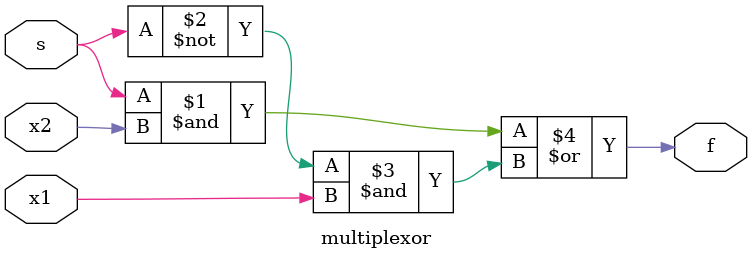
<source format=v>
module multiplexor (
input x1 ,
input x2 ,
input s,
output f
);
assign f = (s & x2) | ((~ s) & x1);
endmodule
</source>
